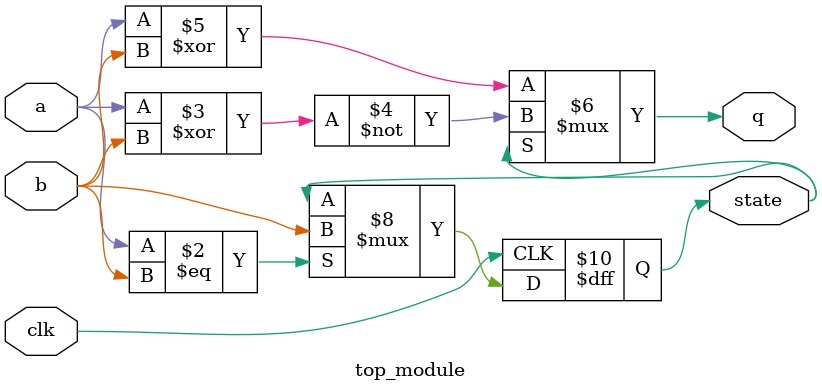
<source format=v>
module top_module (
    input clk,
    input a,
    input b,
    output q,
    output state  );
    always @(posedge clk) begin
        if (a==b)
            state <= b;
        else
            state <= state;
    end
    assign q = state?~(a^b):(a^b);
endmodule


</source>
